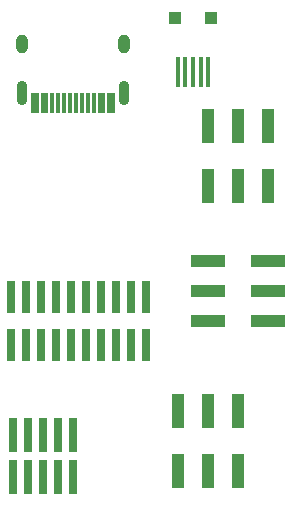
<source format=gtp>
G04 #@! TF.GenerationSoftware,KiCad,Pcbnew,6.0.5-a6ca702e91~116~ubuntu20.04.1*
G04 #@! TF.CreationDate,2022-05-18T13:30:29-07:00*
G04 #@! TF.ProjectId,tag-connect-breakout,7461672d-636f-46e6-9e65-63742d627265,rev?*
G04 #@! TF.SameCoordinates,Original*
G04 #@! TF.FileFunction,Paste,Top*
G04 #@! TF.FilePolarity,Positive*
%FSLAX46Y46*%
G04 Gerber Fmt 4.6, Leading zero omitted, Abs format (unit mm)*
G04 Created by KiCad (PCBNEW 6.0.5-a6ca702e91~116~ubuntu20.04.1) date 2022-05-18 13:30:29*
%MOMM*%
%LPD*%
G01*
G04 APERTURE LIST*
%ADD10R,3.000000X1.000000*%
%ADD11R,1.000000X3.000000*%
%ADD12R,0.762000X2.794000*%
%ADD13R,0.300000X1.750000*%
%ADD14O,0.900000X2.100000*%
%ADD15O,1.000000X1.600000*%
%ADD16R,1.100000X1.100000*%
%ADD17R,0.400000X2.650000*%
%ADD18R,0.762000X2.997200*%
G04 APERTURE END LIST*
D10*
G04 #@! TO.C,SW3*
X76200000Y-107950000D03*
X76200000Y-105410000D03*
X76200000Y-102870000D03*
X71120000Y-107950000D03*
X71120000Y-105410000D03*
X71120000Y-102860000D03*
G04 #@! TD*
D11*
G04 #@! TO.C,SW2*
X73660000Y-115570000D03*
X71120000Y-115570000D03*
X68580000Y-115570000D03*
X73660000Y-120650000D03*
X71120000Y-120650000D03*
X68570000Y-120650000D03*
G04 #@! TD*
G04 #@! TO.C,SW1*
X76210000Y-91440000D03*
X73660000Y-91440000D03*
X71120000Y-91440000D03*
X76200000Y-96520000D03*
X73660000Y-96520000D03*
X71120000Y-96520000D03*
G04 #@! TD*
D12*
G04 #@! TO.C,J10*
X65913000Y-105918000D03*
X65913000Y-109982000D03*
X64643000Y-105918000D03*
X64643000Y-109982000D03*
X63373000Y-105918000D03*
X63373000Y-109982000D03*
X62103000Y-105918000D03*
X62103000Y-109982000D03*
X60833000Y-105918000D03*
X60833000Y-109982000D03*
X59563000Y-105918000D03*
X59563000Y-109982000D03*
X58293000Y-105918000D03*
X58293000Y-109982000D03*
X57023000Y-105918000D03*
X57023000Y-109982000D03*
X55753000Y-105918000D03*
X55753000Y-109982000D03*
X54483000Y-105918000D03*
X54483000Y-109982000D03*
G04 #@! TD*
D13*
G04 #@! TO.C,J8*
X56340000Y-89510000D03*
X56640000Y-89510000D03*
X57440000Y-89510000D03*
X57140000Y-89510000D03*
X61940000Y-89510000D03*
X62240000Y-89510000D03*
X62740000Y-89510000D03*
X63040000Y-89510000D03*
X59940000Y-89510000D03*
X60940000Y-89510000D03*
X61440000Y-89510000D03*
X60440000Y-89510000D03*
X57940000Y-89510000D03*
X58440000Y-89510000D03*
X58940000Y-89510000D03*
X59440000Y-89510000D03*
D14*
X55370000Y-88670000D03*
X64010000Y-88670000D03*
D15*
X55370000Y-84490000D03*
X64010000Y-84490000D03*
G04 #@! TD*
D16*
G04 #@! TO.C,J6*
X71350000Y-82280000D03*
X68350000Y-82280000D03*
D17*
X69850000Y-86840000D03*
X70500000Y-86840000D03*
X71150000Y-86840000D03*
X69200000Y-86840000D03*
X68550000Y-86840000D03*
G04 #@! TD*
D18*
G04 #@! TO.C,J4*
X59690000Y-121158000D03*
X59690000Y-117602000D03*
X58420000Y-121158000D03*
X58420000Y-117602000D03*
X57150000Y-121158000D03*
X57150000Y-117602000D03*
X55880000Y-121158000D03*
X55880000Y-117602000D03*
X54610000Y-121158000D03*
X54610000Y-117602000D03*
G04 #@! TD*
M02*

</source>
